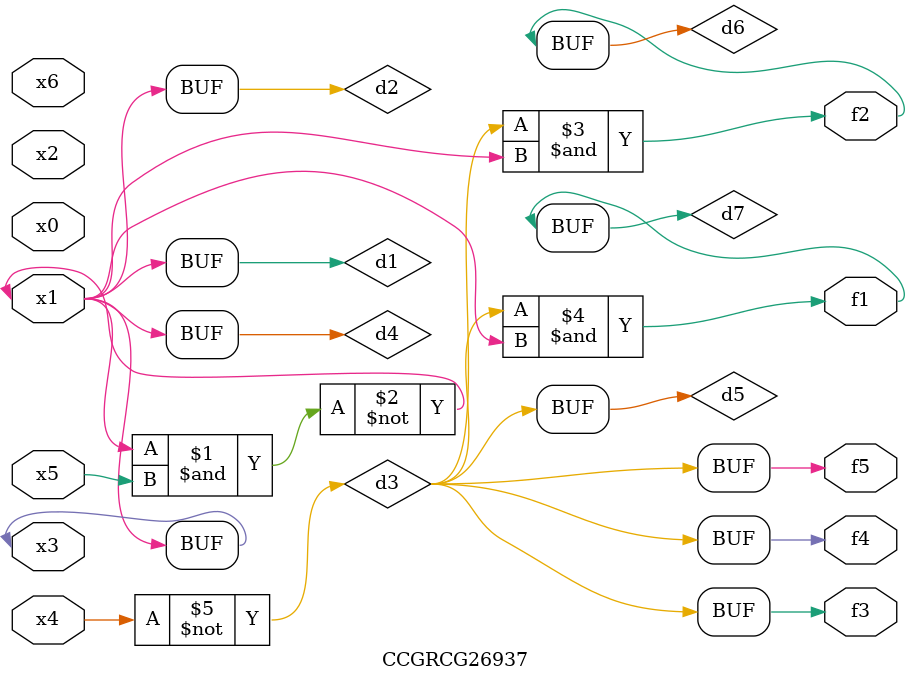
<source format=v>
module CCGRCG26937(
	input x0, x1, x2, x3, x4, x5, x6,
	output f1, f2, f3, f4, f5
);

	wire d1, d2, d3, d4, d5, d6, d7;

	buf (d1, x1, x3);
	nand (d2, x1, x5);
	not (d3, x4);
	buf (d4, d1, d2);
	buf (d5, d3);
	and (d6, d3, d4);
	and (d7, d3, d4);
	assign f1 = d7;
	assign f2 = d6;
	assign f3 = d5;
	assign f4 = d5;
	assign f5 = d5;
endmodule

</source>
